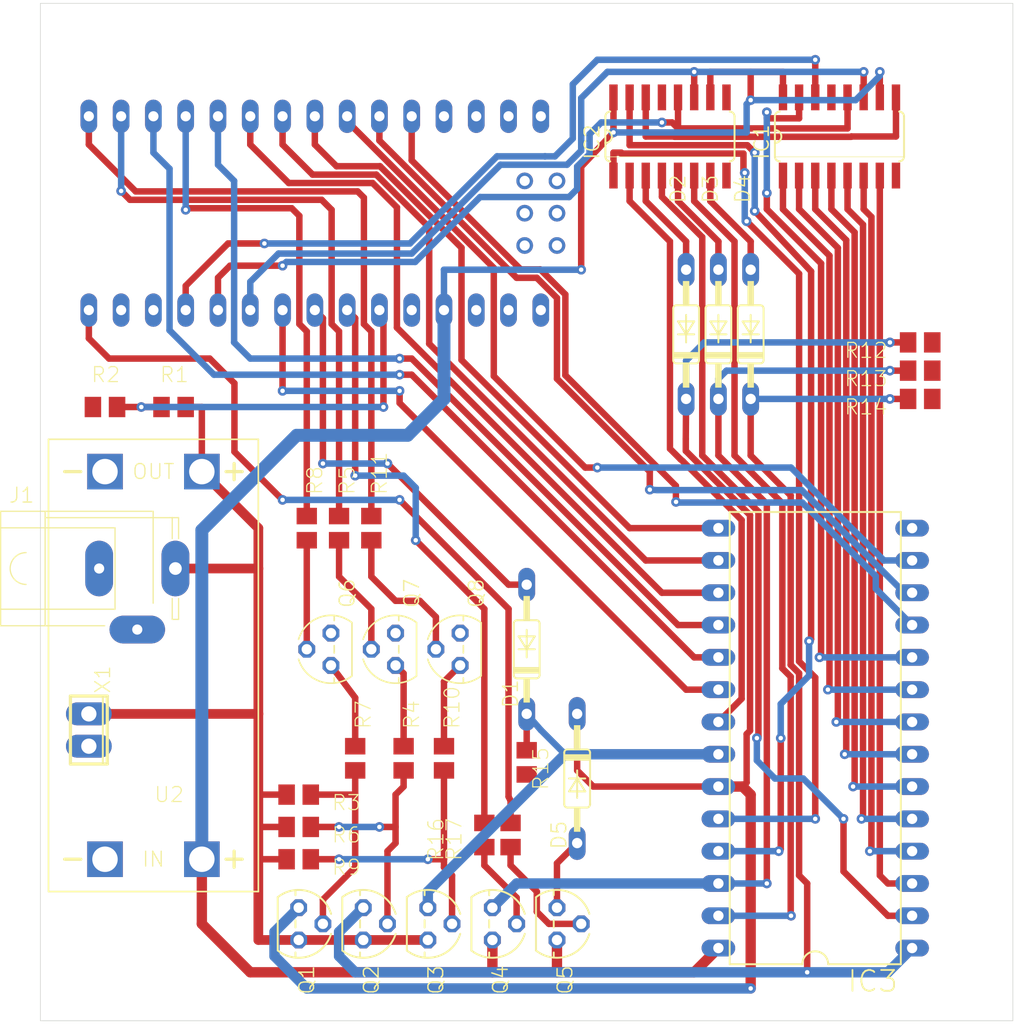
<source format=kicad_pcb>
(kicad_pcb (version 20221018) (generator pcbnew)
  (layers (0 "F.Cu" signal) (31 "B.Cu" signal) (34 "B.Paste" user) (35 "F.Paste" user) (36 "B.SilkS" user "B.Silkscreen") (37 "F.SilkS" user "F.Silkscreen") (38 "B.Mask" user) (39 "F.Mask" user) (44 "Edge.Cuts" user))
  (net 0 "")
  (net 1 "GND")
  (net 2 "VCC")
  (net 3 "N$1")
  (net 4 "N$2")
  (net 5 "N$3")
  (net 6 "N$4")
  (net 7 "A0")
  (net 8 "A1")
  (net 9 "A2")
  (net 10 "A3")
  (net 11 "A4")
  (net 12 "A5")
  (net 13 "A6")
  (net 14 "A7")
  (net 15 "A8")
  (net 16 "A9")
  (net 17 "A10")
  (net 18 "A11")
  (net 19 "A12")
  (net 20 "A13")
  (net 21 "A14")
  (net 22 "D0")
  (net 23 "D1")
  (net 24 "D2")
  (net 25 "D3")
  (net 26 "D4")
  (net 27 "D5")
  (net 28 "D6")
  (net 29 "D7")
  (net 30 "N$5")
  (net 31 "A15")
  (net 32 "N$7")
  (net 33 "N$10")
  (net 34 "N$11")
  (net 35 "N$13")
  (net 36 "N$8")
  (net 37 "N$12")
  (net 38 "+24V")
  (net 39 "CE")
  (net 40 "OE")
  (net 41 "N$9")
  (net 42 "N$6")
  (net 43 "N$14")
  (net 44 "N$15")
  (net 45 "N$16")
  (net 46 "N$17")
  (net 47 "N$18")
  (net 48 "N$19")
  (net 49 "N$20")
  (net 50 "N$21")
  (net 51 "N$22")
  (net 52 "N$23")
  (net 53 "N$24")
  (net 54 "N$25")
  (net 55 "N$26")
  (footprint "untitled:M0805" (layer "F.Cu") (at 135.0136 124.3661 90)
    (fp_text reference "R7")
    (fp_text value "22K" hide)
  )
  (footprint "untitled:SPC4078" (layer "F.Cu") (at 117.8686 109.4436)
    (fp_text reference "J1")
    (fp_text value "")
  )
  (footprint "untitled:M0805" (layer "F.Cu") (at 136.2836 106.2686 -90)
    (fp_text reference "R11")
    (fp_text value "22K" hide)
  )
  (footprint "untitled:TO92" (layer "F.Cu") (at 138.1886 115.7936 90)
    (fp_text reference "Q7")
    (fp_text value "BC547" hide)
  )
  (footprint "untitled:M0805" (layer "F.Cu") (at 145.1736 130.3986 -90)
    (fp_text reference "R16")
    (fp_text value "300")
  )
  (footprint "untitled:NANO" (layer "F.Cu") (at 140.7286 78.9636 90)
    (fp_text reference "U1" hide)
    (fp_text value "NANO" hide)
  )
  (footprint "untitled:DO35-10" (layer "F.Cu") (at 152.4761 125.9536 -90)
    (fp_text reference "D5")
    (fp_text value "1N4446" hide)
  )
  (footprint "untitled:TO92" (layer "F.Cu") (at 135.6486 137.3836 -90)
    (fp_text reference "Q2")
    (fp_text value "BC557" hide)
  )
  (footprint "" (layer "F.Cu") (at 182.7661 141.66985)
    (fp_text reference "@HOLE3" hide)
    (fp_text value "")
  )
  (footprint "untitled:M0805" (layer "F.Cu") (at 120.7261 96.7436 180)
    (fp_text reference "R1")
    (fp_text value "")
  )
  (footprint "" (layer "F.Cu") (at 182.7661 68.4861)
    (fp_text reference "@HOLE2" hide)
    (fp_text value "")
  )
  (footprint "untitled:M0805" (layer "F.Cu") (at 130.5686 127.2236 180)
    (fp_text reference "R3")
    (fp_text value "22K")
  )
  (footprint "" (layer "F.Cu") (at 113.58235 68.4861)
    (fp_text reference "@HOLE0" hide)
    (fp_text value "")
  )
  (footprint "untitled:M0805" (layer "F.Cu") (at 133.7436 106.2686 90)
    (fp_text reference "R5")
    (fp_text value "22K")
  )
  (footprint "untitled:SO16" (layer "F.Cu") (at 159.7786 75.4711)
    (fp_text reference "IC2")
    (fp_text value "74HC595D")
  )
  (footprint "untitled:M0805" (layer "F.Cu") (at 141.9986 124.3661 90)
    (fp_text reference "R10")
    (fp_text value "22K" hide)
  )
  (footprint "untitled:M0805" (layer "F.Cu") (at 130.5686 129.7636 180)
    (fp_text reference "R6")
    (fp_text value "22K" hide)
  )
  (footprint "untitled:TO92" (layer "F.Cu") (at 145.8086 137.3836 -90)
    (fp_text reference "Q4")
    (fp_text value "BC557" hide)
  )
  (footprint "untitled:TO92" (layer "F.Cu") (at 140.7286 137.3836 -90)
    (fp_text reference "Q3")
    (fp_text value "BC557" hide)
  )
  (footprint "untitled:SO16" (layer "F.Cu") (at 173.1136 75.4711)
    (fp_text reference "IC1")
    (fp_text value "74HC595D")
  )
  (footprint "untitled:TO92" (layer "F.Cu") (at 130.5686 137.3836 -90)
    (fp_text reference "Q1")
    (fp_text value "BC557")
  )
  (footprint "untitled:DO35-10" (layer "F.Cu") (at 166.1286 91.0286 90)
    (fp_text reference "D4")
    (fp_text value "1N4446" hide)
  )
  (footprint "untitled:M0805" (layer "F.Cu") (at 131.2036 106.2686 -90)
    (fp_text reference "R8")
    (fp_text value "22K" hide)
  )
  (footprint "untitled:DC-DC-STEP-UP-MT3608" (layer "F.Cu") (at 119.1386 117.0636 -90)
    (fp_text reference "U2")
    (fp_text value "DC-DC-STEP-UP-MT3608")
  )
  (footprint "untitled:TO92" (layer "F.Cu") (at 143.2686 115.7936 90)
    (fp_text reference "Q8")
    (fp_text value "BC547" hide)
  )
  (footprint "untitled:M0805" (layer "F.Cu") (at 138.8236 124.3661 -90)
    (fp_text reference "R4")
    (fp_text value "22K" hide)
  )
  (footprint "untitled:M0805" (layer "F.Cu") (at 148.50735 124.6836 -90)
    (fp_text reference "R15")
    (fp_text value "4.7K")
  )
  (footprint "untitled:M0805" (layer "F.Cu") (at 179.4636 96.1086)
    (fp_text reference "R14")
    (fp_text value "4.7K" hide)
  )
  (footprint "untitled:DIL28" (layer "F.Cu") (at 171.2086 122.7786 90)
    (fp_text reference "IC3")
    (fp_text value "")
  )
  (footprint "untitled:DO35-10" (layer "F.Cu") (at 161.0486 91.0286 90)
    (fp_text reference "D2")
    (fp_text value "1N4446" hide)
  )
  (footprint "untitled:M0805" (layer "F.Cu") (at 130.5686 132.3036 180)
    (fp_text reference "R9")
    (fp_text value "22K" hide)
  )
  (footprint "" (layer "F.Cu") (at 113.58235 141.66985)
    (fp_text reference "@HOLE1" hide)
    (fp_text value "")
  )
  (footprint "untitled:M0805" (layer "F.Cu") (at 179.4636 91.6636)
    (fp_text reference "R12")
    (fp_text value "4.7K")
  )
  (footprint "untitled:DO35-10" (layer "F.Cu") (at 148.50735 115.7936 90)
    (fp_text reference "D1")
    (fp_text value "1N4446" hide)
  )
  (footprint "untitled:TO92" (layer "F.Cu") (at 150.8886 137.3836 -90)
    (fp_text reference "Q5")
    (fp_text value "BC557" hide)
  )
  (footprint "untitled:M0805" (layer "F.Cu") (at 147.23735 130.3986 -90)
    (fp_text reference "R17")
    (fp_text value "300" hide)
  )
  (footprint "untitled:M0805" (layer "F.Cu") (at 179.4636 93.8861)
    (fp_text reference "R13")
    (fp_text value "4.7K" hide)
  )
  (footprint "untitled:2POL254" (layer "F.Cu") (at 114.0586 122.1436 -90)
    (fp_text reference "X1")
    (fp_text value "")
  )
  (footprint "untitled:TO92" (layer "F.Cu") (at 133.1086 115.7936 90)
    (fp_text reference "Q6")
    (fp_text value "BC547")
  )
  (footprint "untitled:DO35-10" (layer "F.Cu") (at 163.5886 91.0286 90)
    (fp_text reference "D3")
    (fp_text value "1N4446" hide)
  )
  (footprint "untitled:M0805" (layer "F.Cu") (at 115.3286 96.7436 180)
    (fp_text reference "R2")
    (fp_text value "")
  )
  (gr_line (start 110.2486 65.0036) (end 110.2486 145.0036) (stroke (width 0.05)) (layer "Edge.Cuts"))
  (gr_line (start 110.2486 145.0036) (end 186.7536 145.0036) (stroke (width 0.05)) (layer "Edge.Cuts"))
  (gr_line (start 186.7536 145.0036) (end 186.7536 65.0036) (stroke (width 0.05)) (layer "Edge.Cuts"))
  (gr_line (start 186.7536 65.0036) (end 110.2486 65.0036) (stroke (width 0.05)) (layer "Edge.Cuts"))
  (segment (start 161.6836 141.1936) (end 163.5886 139.2886) (width 0.8128) (layer "F.Cu") (net 2))
  (segment (start 155.3336 75.1536) (end 152.7936 77.85235) (width 0.508) (layer "F.Cu") (net 2))
  (segment (start 145.8086 138.6536) (end 145.8086 141.1936) (width 0.8128) (layer "F.Cu") (net 2))
  (segment (start 122.9486 132.3036) (end 122.9486 137.3836) (width 0.8128) (layer "F.Cu") (net 2))
  (segment (start 152.7936 77.85235) (end 152.7936 85.9486) (width 0.508) (layer "F.Cu") (net 2))
  (segment (start 166.1286 70.3911) (end 162.9536 70.3911) (width 0.508) (layer "F.Cu") (net 2))
  (segment (start 168.6686 72.3977) (end 168.6686 70.3911) (width 0.508) (layer "F.Cu") (net 2))
  (segment (start 126.7586 141.1936) (end 145.8086 141.1936) (width 0.8128) (layer "F.Cu") (net 2))
  (segment (start 122.9486 137.3836) (end 126.7586 141.1936) (width 0.8128) (layer "F.Cu") (net 2))
  (segment (start 145.8086 141.1936) (end 150.8886 141.1936) (width 0.8128) (layer "F.Cu") (net 2))
  (segment (start 166.1286 72.6136) (end 166.1286 70.3911) (width 0.508) (layer "F.Cu") (net 2))
  (segment (start 168.6686 70.3911) (end 166.1286 70.3911) (width 0.508) (layer "F.Cu") (net 2))
  (segment (start 150.8886 138.6536) (end 150.8886 141.1936) (width 0.8128) (layer "F.Cu") (net 2))
  (segment (start 162.9536 72.3977) (end 162.9536 70.3911) (width 0.508) (layer "F.Cu") (net 2))
  (segment (start 150.8886 141.1936) (end 161.6836 141.1936) (width 0.8128) (layer "F.Cu") (net 2))
  (segment (start 155.3336 72.3977) (end 155.3336 75.1536) (width 0.508) (layer "F.Cu") (net 2))
  (segment (start 176.2886 70.3911) (end 176.2886 72.3977) (width 0.508) (layer "F.Cu") (net 2))
  (via (at 155.3336 75.1536) (size 0.7564) (drill 0.35) (layers "F.Cu" "B.Cu") (net 2))
  (via (at 166.1286 72.6136) (size 0.7564) (drill 0.35) (layers "F.Cu" "B.Cu") (net 2))
  (via (at 176.2886 70.3911) (size 0.7564) (drill 0.35) (layers "F.Cu" "B.Cu") (net 2))
  (via (at 152.7936 85.9486) (size 0.7564) (drill 0.35) (layers "F.Cu" "B.Cu") (net 2))
  (segment (start 176.2886 70.7086) (end 176.2886 70.3911) (width 0.508) (layer "B.Cu") (net 2))
  (segment (start 141.9986 85.9486) (end 141.9986 89.1236) (width 0.508) (layer "B.Cu") (net 2))
  (segment (start 166.1286 72.6136) (end 174.3836 72.6136) (width 0.508) (layer "B.Cu") (net 2))
  (segment (start 174.3836 72.6136) (end 176.2886 70.7086) (width 0.508) (layer "B.Cu") (net 2))
  (segment (start 139.1411 98.9661) (end 130.40985 98.9661) (width 1.016) (layer "B.Cu") (net 2))
  (segment (start 141.9986 96.1086) (end 139.1411 98.9661) (width 1.016) (layer "B.Cu") (net 2))
  (segment (start 165.8111 75.1536) (end 165.8111 72.9311) (width 0.508) (layer "B.Cu") (net 2))
  (segment (start 155.3336 75.1536) (end 165.8111 75.1536) (width 0.508) (layer "B.Cu") (net 2))
  (segment (start 141.9986 89.1236) (end 141.9986 96.1086) (width 1.016) (layer "B.Cu") (net 2))
  (segment (start 165.8111 72.9311) (end 166.1286 72.6136) (width 0.508) (layer "B.Cu") (net 2))
  (segment (start 122.9486 106.42735) (end 122.9486 132.3036) (width 1.016) (layer "B.Cu") (net 2))
  (segment (start 152.7936 85.9486) (end 141.9986 85.9486) (width 0.508) (layer "B.Cu") (net 2))
  (segment (start 130.40985 98.9661) (end 122.9486 106.42735) (width 1.016) (layer "B.Cu") (net 2))
  (segment (start 175.0186 70.3911) (end 175.0186 72.3977) (width 0.508) (layer "F.Cu") (net 3))
  (segment (start 161.6836 72.3977) (end 161.6836 70.3911) (width 0.508) (layer "F.Cu") (net 3))
  (via (at 175.0186 70.3911) (size 0.7564) (drill 0.35) (layers "F.Cu" "B.Cu") (net 3))
  (via (at 161.6836 70.3911) (size 0.7564) (drill 0.35) (layers "F.Cu" "B.Cu") (net 3))
  (segment (start 128.9811 84.6786) (end 126.7586 86.9011) (width 0.508) (layer "B.Cu") (net 3))
  (segment (start 146.4436 77.6936) (end 139.4586 84.6786) (width 0.508) (layer "B.Cu") (net 3))
  (segment (start 151.68235 77.6936) (end 146.4436 77.6936) (width 0.508) (layer "B.Cu") (net 3))
  (segment (start 152.7936 76.58235) (end 151.68235 77.6936) (width 0.508) (layer "B.Cu") (net 3))
  (segment (start 161.6836 70.3911) (end 175.0186 70.3911) (width 0.508) (layer "B.Cu") (net 3))
  (segment (start 139.4586 84.6786) (end 128.9811 84.6786) (width 0.508) (layer "B.Cu") (net 3))
  (segment (start 154.85735 70.3911) (end 152.7936 72.45485) (width 0.508) (layer "B.Cu") (net 3))
  (segment (start 126.7586 86.9011) (end 126.7586 89.1236) (width 0.508) (layer "B.Cu") (net 3))
  (segment (start 152.7936 72.45485) (end 152.7936 76.58235) (width 0.508) (layer "B.Cu") (net 3))
  (segment (start 161.6836 70.3911) (end 154.85735 70.3911) (width 0.508) (layer "B.Cu") (net 3))
  (segment (start 129.2986 85.6311) (end 125.1711 85.6311) (width 0.508) (layer "F.Cu") (net 4))
  (segment (start 159.9465 74.369) (end 159.1436 74.369) (width 0.508) (layer "F.Cu") (net 4))
  (segment (start 160.4136 74.8361) (end 159.9465 74.369) (width 0.508) (layer "F.Cu") (net 4))
  (segment (start 160.4136 74.8361) (end 173.7486 74.8361) (width 0.508) (layer "F.Cu") (net 4))
  (segment (start 173.7486 74.8361) (end 173.7486 72.3977) (width 0.508) (layer "F.Cu") (net 4))
  (segment (start 160.4136 72.3977) (end 160.4136 74.8361) (width 0.508) (layer "F.Cu") (net 4))
  (segment (start 124.2186 86.5836) (end 124.2186 89.1236) (width 0.508) (layer "F.Cu") (net 4))
  (segment (start 125.1711 85.6311) (end 124.2186 86.5836) (width 0.508) (layer "F.Cu") (net 4))
  (via (at 129.2986 85.6311) (size 0.7564) (drill 0.35) (layers "F.Cu" "B.Cu") (net 4))
  (via (at 159.1436 74.369) (size 0.7564) (drill 0.35) (layers "F.Cu" "B.Cu") (net 4))
  (segment (start 144.83755 80.2336) (end 139.73215 85.339) (width 0.508) (layer "B.Cu") (net 4))
  (segment (start 154.37195 74.369) (end 153.454 75.28695) (width 0.508) (layer "B.Cu") (net 4))
  (segment (start 129.5907 85.339) (end 129.2986 85.6311) (width 0.508) (layer "B.Cu") (net 4))
  (segment (start 153.454 75.28695) (end 153.454 76.8559) (width 0.508) (layer "B.Cu") (net 4))
  (segment (start 139.73215 85.339) (end 129.5907 85.339) (width 0.508) (layer "B.Cu") (net 4))
  (segment (start 152.4761 79.5986) (end 151.8411 80.2336) (width 0.508) (layer "B.Cu") (net 4))
  (segment (start 159.1436 74.369) (end 154.37195 74.369) (width 0.508) (layer "B.Cu") (net 4))
  (segment (start 151.8411 80.2336) (end 144.83755 80.2336) (width 0.508) (layer "B.Cu") (net 4))
  (segment (start 153.454 76.8559) (end 152.4761 77.8338) (width 0.508) (layer "B.Cu") (net 4))
  (segment (start 152.4761 77.8338) (end 152.4761 79.5986) (width 0.508) (layer "B.Cu") (net 4))
  (segment (start 160.11465 75.4711) (end 157.8736 75.4711) (width 0.508) (layer "F.Cu") (net 5))
  (segment (start 177.5586 72.3977) (end 177.5586 75.4711) (width 0.508) (layer "F.Cu") (net 5))
  (segment (start 160.14005 75.4965) (end 160.11465 75.4711) (width 0.508) (layer "F.Cu") (net 5))
  (segment (start 157.8736 75.4711) (end 157.8736 72.3977) (width 0.508) (layer "F.Cu") (net 5))
  (segment (start 177.5586 75.4711) (end 174.04755 75.4711) (width 0.508) (layer "F.Cu") (net 5))
  (segment (start 174.04755 75.4711) (end 174.02215 75.4965) (width 0.508) (layer "F.Cu") (net 5))
  (segment (start 174.02215 75.4965) (end 160.14005 75.4965) (width 0.508) (layer "F.Cu") (net 5))
  (segment (start 171.2086 72.3977) (end 171.2086 69.4386) (width 0.508) (layer "F.Cu") (net 6))
  (segment (start 125.01235 83.88485) (end 121.6786 87.2186) (width 0.508) (layer "F.Cu") (net 6))
  (segment (start 127.86985 83.88485) (end 125.01235 83.88485) (width 0.508) (layer "F.Cu") (net 6))
  (segment (start 121.6786 87.2186) (end 121.6786 89.1236) (width 0.508) (layer "F.Cu") (net 6))
  (via (at 171.2086 69.4386) (size 0.7564) (drill 0.35) (layers "F.Cu" "B.Cu") (net 6))
  (via (at 127.86985 83.88485) (size 0.7564) (drill 0.35) (layers "F.Cu" "B.Cu") (net 6))
  (segment (start 152.1332 75.62985) (end 150.72985 77.0332) (width 0.508) (layer "B.Cu") (net 6))
  (segment (start 149.9361 77.0332) (end 146.17005 77.0332) (width 0.508) (layer "B.Cu") (net 6))
  (segment (start 171.2086 69.4386) (end 154.0636 69.4386) (width 0.508) (layer "B.Cu") (net 6))
  (segment (start 146.17005 77.0332) (end 139.3184 83.88485) (width 0.508) (layer "B.Cu") (net 6))
  (segment (start 154.0636 69.4386) (end 152.1332 71.369) (width 0.508) (layer "B.Cu") (net 6))
  (segment (start 150.72985 77.0332) (end 149.9615 77.0332) (width 0.508) (layer "B.Cu") (net 6))
  (segment (start 149.9615 77.0332) (end 149.9361 77.0332) (width 0.508) (layer "B.Cu") (net 6))
  (segment (start 152.1332 71.369) (end 152.1332 75.62985) (width 0.508) (layer "B.Cu") (net 6))
  (segment (start 139.3184 83.88485) (end 127.86985 83.88485) (width 0.508) (layer "B.Cu") (net 6))
  (segment (start 169.9386 72.3977) (end 169.9386 74.04235) (width 0.508) (layer "F.Cu") (net 7))
  (segment (start 169.9386 74.04235) (end 167.3986 74.04235) (width 0.508) (layer "F.Cu") (net 7))
  (segment (start 167.3986 81.1861) (end 171.6658 85.4533) (width 0.508) (layer "F.Cu") (net 7))
  (segment (start 171.6658 85.4533) (end 171.6658 116.3044) (width 0.508) (layer "F.Cu") (net 7))
  (segment (start 167.3986 74.04235) (end 167.3986 73.5661) (width 0.508) (layer "F.Cu") (net 7))
  (segment (start 167.3986 79.9161) (end 167.3986 81.1861) (width 0.508) (layer "F.Cu") (net 7))
  (segment (start 171.6658 116.3044) (end 171.5416 116.4286) (width 0.508) (layer "F.Cu") (net 7))
  (via (at 167.3986 79.9161) (size 0.7564) (drill 0.35) (layers "F.Cu" "B.Cu") (net 7))
  (via (at 167.3986 73.5661) (size 0.7564) (drill 0.35) (layers "F.Cu" "B.Cu") (net 7))
  (via (at 171.5416 116.4286) (size 0.7564) (drill 0.35) (layers "F.Cu" "B.Cu") (net 7))
  (segment (start 167.3986 73.5661) (end 167.3986 79.9161) (width 0.508) (layer "B.Cu") (net 7))
  (segment (start 171.5416 116.4286) (end 178.8286 116.4286) (width 0.508) (layer "B.Cu") (net 7))
  (segment (start 168.6686 78.5445) (end 168.6686 81.1861) (width 0.508) (layer "F.Cu") (net 8))
  (segment (start 168.6686 81.1861) (end 172.3262 84.8437) (width 0.508) (layer "F.Cu") (net 8))
  (segment (start 172.3262 84.8437) (end 172.3262 118.8444) (width 0.508) (layer "F.Cu") (net 8))
  (segment (start 172.3262 118.8444) (end 172.202 118.9686) (width 0.508) (layer "F.Cu") (net 8))
  (via (at 172.202 118.9686) (size 0.7564) (drill 0.35) (layers "F.Cu" "B.Cu") (net 8))
  (segment (start 172.202 118.9686) (end 178.8286 118.9686) (width 0.508) (layer "B.Cu") (net 8))
  (segment (start 169.9386 81.1861) (end 172.9866 84.2341) (width 0.508) (layer "F.Cu") (net 9))
  (segment (start 169.9386 78.5445) (end 169.9386 81.1861) (width 0.508) (layer "F.Cu") (net 9))
  (segment (start 172.9866 84.2341) (end 172.9866 121.3844) (width 0.508) (layer "F.Cu") (net 9))
  (segment (start 172.9866 121.3844) (end 172.8624 121.5086) (width 0.508) (layer "F.Cu") (net 9))
  (via (at 172.8624 121.5086) (size 0.7564) (drill 0.35) (layers "F.Cu" "B.Cu") (net 9))
  (segment (start 172.8624 121.5086) (end 178.8286 121.5086) (width 0.508) (layer "B.Cu") (net 9))
  (segment (start 173.647 83.6245) (end 173.647 123.9244) (width 0.508) (layer "F.Cu") (net 10))
  (segment (start 171.2086 78.5445) (end 171.2086 81.1861) (width 0.508) (layer "F.Cu") (net 10))
  (segment (start 173.647 123.9244) (end 173.5228 124.0486) (width 0.508) (layer "F.Cu") (net 10))
  (segment (start 171.2086 81.1861) (end 173.647 83.6245) (width 0.508) (layer "F.Cu") (net 10))
  (via (at 173.5228 124.0486) (size 0.7564) (drill 0.35) (layers "F.Cu" "B.Cu") (net 10))
  (segment (start 173.5228 124.0486) (end 178.8286 124.0486) (width 0.508) (layer "B.Cu") (net 10))
  (segment (start 172.4786 78.5445) (end 172.4786 81.1861) (width 0.508) (layer "F.Cu") (net 11))
  (segment (start 172.4786 81.1861) (end 174.3074 83.0149) (width 0.508) (layer "F.Cu") (net 11))
  (segment (start 174.3074 83.0149) (end 174.3074 126.4644) (width 0.508) (layer "F.Cu") (net 11))
  (segment (start 174.3074 126.4644) (end 174.1832 126.5886) (width 0.508) (layer "F.Cu") (net 11))
  (via (at 174.1832 126.5886) (size 0.7564) (drill 0.35) (layers "F.Cu" "B.Cu") (net 11))
  (segment (start 174.1832 126.5886) (end 178.8286 126.5886) (width 0.508) (layer "B.Cu") (net 11))
  (segment (start 174.9678 129.0044) (end 174.8436 129.1286) (width 0.508) (layer "F.Cu") (net 12))
  (segment (start 173.7486 81.1861) (end 174.9678 82.4053) (width 0.508) (layer "F.Cu") (net 12))
  (segment (start 173.7486 78.5445) (end 173.7486 81.1861) (width 0.508) (layer "F.Cu") (net 12))
  (segment (start 174.9678 82.4053) (end 174.9678 129.0044) (width 0.508) (layer "F.Cu") (net 12))
  (via (at 174.8436 129.1286) (size 0.7564) (drill 0.35) (layers "F.Cu" "B.Cu") (net 12))
  (segment (start 174.8436 129.1286) (end 178.8286 129.1286) (width 0.508) (layer "B.Cu") (net 12))
  (segment (start 175.0186 78.5445) (end 175.0186 81.1861) (width 0.508) (layer "F.Cu") (net 13))
  (segment (start 175.0186 81.1861) (end 175.6282 81.7957) (width 0.508) (layer "F.Cu") (net 13))
  (segment (start 175.6282 131.5444) (end 175.504 131.6686) (width 0.508) (layer "F.Cu") (net 13))
  (segment (start 175.6282 81.7957) (end 175.6282 131.5444) (width 0.508) (layer "F.Cu") (net 13))
  (via (at 175.504 131.6686) (size 0.7564) (drill 0.35) (layers "F.Cu" "B.Cu") (net 13))
  (segment (start 175.504 131.6686) (end 178.8286 131.6686) (width 0.508) (layer "B.Cu") (net 13))
  (segment (start 176.2886 78.5445) (end 176.2886 133.5736) (width 0.508) (layer "F.Cu") (net 14))
  (segment (start 176.9236 134.2086) (end 178.8286 134.2086) (width 0.508) (layer "F.Cu") (net 14))
  (segment (start 176.2886 133.5736) (end 176.9236 134.2086) (width 0.508) (layer "F.Cu") (net 14))
  (segment (start 165.8619 76.1569) (end 166.4461 76.7411) (width 0.508) (layer "F.Cu") (net 15))
  (segment (start 168.4936 122.7786) (end 168.4936 131.5106) (width 0.508) (layer "F.Cu") (net 15))
  (segment (start 168.4936 131.5106) (end 168.3356 131.6686) (width 0.508) (layer "F.Cu") (net 15))
  (segment (start 156.6036 72.3977) (end 156.6036 76.1569) (width 0.508) (layer "F.Cu") (net 15))
  (segment (start 156.6036 76.1569) (end 165.8619 76.1569) (width 0.508) (layer "F.Cu") (net 15))
  (segment (start 166.4461 81.327694) (end 170.8812 86.080294) (width 0.508) (layer "F.Cu") (net 15))
  (segment (start 170.8812 86.080294) (end 170.8812 115.0006) (width 0.508) (layer "F.Cu") (net 15))
  (segment (start 170.8812 115.0006) (end 170.7232 115.1586) (width 0.508) (layer "F.Cu") (net 15))
  (via (at 168.3356 131.6686) (size 0.7564) (drill 0.35) (layers "F.Cu" "B.Cu") (net 15))
  (via (at 166.4461 76.7411) (size 0.7564) (drill 0.35) (layers "F.Cu" "B.Cu") (net 15))
  (via (at 166.4461 81.327694) (size 0.7564) (drill 0.35) (layers "F.Cu" "B.Cu") (net 15))
  (via (at 170.7232 115.1586) (size 0.7564) (drill 0.35) (layers "F.Cu" "B.Cu") (net 15))
  (via (at 168.4936 122.7786) (size 0.7564) (drill 0.35) (layers "F.Cu" "B.Cu") (net 15))
  (segment (start 170.7232 115.1586) (end 170.7232 117.8665) (width 0.508) (layer "B.Cu") (net 15))
  (segment (start 170.7232 117.8665) (end 168.4936 120.0961) (width 0.508) (layer "B.Cu") (net 15))
  (segment (start 168.4936 120.0961) (end 168.4936 122.7786) (width 0.508) (layer "B.Cu") (net 15))
  (segment (start 166.4461 76.7411) (end 166.4461 81.327694) (width 0.508) (layer "B.Cu") (net 15))
  (segment (start 168.3356 131.6686) (end 163.5886 131.6686) (width 0.508) (layer "B.Cu") (net 15))
  (segment (start 169.9386 86.2661) (end 169.9386 116.7461) (width 0.508) (layer "F.Cu") (net 16))
  (segment (start 169.9386 116.7461) (end 171.2086 118.0161) (width 0.508) (layer "F.Cu") (net 16))
  (segment (start 165.8111 82.1386) (end 169.9386 86.2661) (width 0.508) (layer "F.Cu") (net 16))
  (segment (start 155.3336 78.5445) (end 155.3336 76.7411) (width 0.508) (layer "F.Cu") (net 16))
  (segment (start 155.9432 76.8173) (end 165.5599 76.8173) (width 0.508) (layer "F.Cu") (net 16))
  (segment (start 155.9432 76.7411) (end 155.9432 76.8173) (width 0.508) (layer "F.Cu") (net 16))
  (segment (start 165.5599 76.8173) (end 165.5599 78.227) (width 0.508) (layer "F.Cu") (net 16))
  (segment (start 155.3336 76.7411) (end 155.9432 76.7411) (width 0.508) (layer "F.Cu") (net 16))
  (segment (start 171.2086 118.0161) (end 171.2086 129.1286) (width 0.508) (layer "F.Cu") (net 16))
  (segment (start 165.5599 78.227) (end 165.6615 78.3286) (width 0.508) (layer "F.Cu") (net 16))
  (via (at 165.8111 82.1386) (size 0.7564) (drill 0.35) (layers "F.Cu" "B.Cu") (net 16))
  (via (at 165.6615 78.3286) (size 0.7564) (drill 0.35) (layers "F.Cu" "B.Cu") (net 16))
  (via (at 171.2086 129.1286) (size 0.7564) (drill 0.35) (layers "F.Cu" "B.Cu") (net 16))
  (segment (start 163.5886 129.1286) (end 171.2086 129.1286) (width 0.508) (layer "B.Cu") (net 16))
  (segment (start 165.6615 78.3286) (end 165.6615 82.1386) (width 0.508) (layer "B.Cu") (net 16))
  (segment (start 165.6615 82.1386) (end 165.8111 82.1386) (width 0.508) (layer "B.Cu") (net 16))
  (segment (start 156.6036 80.5511) (end 159.7786 83.7261) (width 0.508) (layer "F.Cu") (net 17))
  (segment (start 159.7786 83.7261) (end 159.7786 100.023938) (width 0.508) (layer "F.Cu") (net 17))
  (segment (start 160.606712 100.85205) (end 160.7946 101.0108) (width 0.508) (layer "F.Cu") (net 17))
  (segment (start 165.4174 105.6336) (end 165.4174 119.6798) (width 0.508) (layer "F.Cu") (net 17))
  (segment (start 159.7786 100.023938) (end 160.606712 100.85205) (width 0.508) (layer "F.Cu") (net 17))
  (segment (start 160.7946 101.0108) (end 165.4174 105.6336) (width 0.508) (layer "F.Cu") (net 17))
  (segment (start 165.4174 119.6798) (end 163.5886 121.5086) (width 0.508) (layer "F.Cu") (net 17))
  (segment (start 156.6036 78.5445) (end 156.6036 80.5511) (width 0.508) (layer "F.Cu") (net 17))
  (segment (start 165.8111 122.4611) (end 165.8111 126.2711) (width 0.508) (layer "F.Cu") (net 18))
  (segment (start 153.7461 126.5886) (end 163.5886 126.5886) (width 0.508) (layer "F.Cu") (net 18))
  (segment (start 161.0232 100.19215) (end 166.0778 105.24675) (width 0.508) (layer "F.Cu") (net 18))
  (segment (start 166.0778 122.1944) (end 165.8111 122.4611) (width 0.508) (layer "F.Cu") (net 18))
  (segment (start 178.5136 91.6636) (end 177.08235 91.6636) (width 0.508) (layer "F.Cu") (net 18))
  (segment (start 165.8111 126.2711) (end 165.4936 126.5886) (width 0.508) (layer "F.Cu") (net 18))
  (segment (start 166.1286 127.2236) (end 165.4936 126.5886) (width 0.8128) (layer "F.Cu") (net 18))
  (segment (start 161.0232 99.2582) (end 161.0232 100.19215) (width 0.508) (layer "F.Cu") (net 18))
  (segment (start 166.1286 142.4636) (end 166.1286 127.2236) (width 0.8128) (layer "F.Cu") (net 18))
  (segment (start 161.0486 96.1086) (end 161.0232 99.2582) (width 0.508) (layer "F.Cu") (net 18))
  (segment (start 166.0778 105.24675) (end 166.0778 122.1944) (width 0.508) (layer "F.Cu") (net 18))
  (segment (start 152.4761 120.8736) (end 152.4761 125.3186) (width 0.508) (layer "F.Cu") (net 18))
  (segment (start 165.4936 126.5886) (end 163.5886 126.5886) (width 0.8128) (layer "F.Cu") (net 18))
  (segment (start 152.4761 125.3186) (end 153.7461 126.5886) (width 0.508) (layer "F.Cu") (net 18))
  (via (at 166.1286 142.4636) (size 0.7564) (drill 0.35) (layers "F.Cu" "B.Cu") (net 18))
  (via (at 177.08235 91.6636) (size 0.7564) (drill 0.35) (layers "F.Cu" "B.Cu") (net 18))
  (segment (start 128.6636 138.0186) (end 128.6636 139.9236) (width 0.8128) (layer "B.Cu") (net 18))
  (segment (start 128.6636 139.9236) (end 131.2036 142.4636) (width 0.8128) (layer "B.Cu") (net 18))
  (segment (start 131.2036 142.4636) (end 166.1286 142.4636) (width 0.8128) (layer "B.Cu") (net 18))
  (segment (start 161.0486 93.09235) (end 161.0486 96.1086) (width 0.508) (layer "B.Cu") (net 18))
  (segment (start 162.47735 91.6636) (end 161.0486 93.09235) (width 0.508) (layer "B.Cu") (net 18))
  (segment (start 177.08235 91.6636) (end 162.47735 91.6636) (width 0.508) (layer "B.Cu") (net 18))
  (segment (start 130.5686 136.1136) (end 128.6636 138.0186) (width 0.8128) (layer "B.Cu") (net 18))
  (segment (start 166.7382 122.6544) (end 166.614 122.7786) (width 0.508) (layer "F.Cu") (net 19))
  (segment (start 173.4311 129.1286) (end 173.4311 133.2561) (width 0.508) (layer "F.Cu") (net 19))
  (segment (start 159.1436 78.5445) (end 159.1436 80.21505) (width 0.508) (layer "F.Cu") (net 19))
  (segment (start 173.4311 133.2561) (end 176.9236 136.7486) (width 0.508) (layer "F.Cu") (net 19))
  (segment (start 176.9236 136.7486) (end 178.8286 136.7486) (width 0.508) (layer "F.Cu") (net 19))
  (segment (start 162.3186 100.5536) (end 166.7382 104.9732) (width 0.508) (layer "F.Cu") (net 19))
  (segment (start 159.1436 80.21505) (end 162.3186 83.39005) (width 0.508) (layer "F.Cu") (net 19))
  (segment (start 162.3186 83.39005) (end 162.3186 100.5536) (width 0.508) (layer "F.Cu") (net 19))
  (segment (start 166.7382 104.9732) (end 166.7382 122.6544) (width 0.508) (layer "F.Cu") (net 19))
  (via (at 173.4311 129.1286) (size 0.7564) (drill 0.35) (layers "F.Cu" "B.Cu") (net 19))
  (via (at 166.614 122.7786) (size 0.7564) (drill 0.35) (layers "F.Cu" "B.Cu") (net 19))
  (segment (start 170.2561 125.9536) (end 173.4311 129.1286) (width 0.508) (layer "B.Cu") (net 19))
  (segment (start 166.614 124.534) (end 168.0336 125.9536) (width 0.508) (layer "B.Cu") (net 19))
  (segment (start 168.0336 125.9536) (end 170.2561 125.9536) (width 0.508) (layer "B.Cu") (net 19))
  (segment (start 166.614 122.7786) (end 166.614 124.534) (width 0.508) (layer "B.Cu") (net 19))
  (segment (start 178.5136 93.8861) (end 177.08235 93.8861) (width 0.508) (layer "F.Cu") (net 20))
  (segment (start 167.3986 104.3636) (end 167.3986 134.2086) (width 0.508) (layer "F.Cu") (net 20))
  (segment (start 163.5886 96.1086) (end 163.5886 100.5536) (width 0.508) (layer "F.Cu") (net 20))
  (segment (start 163.5886 100.5536) (end 167.3986 104.3636) (width 0.508) (layer "F.Cu") (net 20))
  (via (at 177.08235 93.8861) (size 0.7564) (drill 0.35) (layers "F.Cu" "B.Cu") (net 20))
  (via (at 167.3986 134.2086) (size 0.7564) (drill 0.35) (layers "F.Cu" "B.Cu") (net 20))
  (segment (start 177.08235 93.8861) (end 164.2236 93.8861) (width 0.508) (layer "B.Cu") (net 20))
  (segment (start 163.5886 94.5211) (end 163.5886 96.1086) (width 0.508) (layer "B.Cu") (net 20))
  (segment (start 147.7136 134.2086) (end 163.5886 134.2086) (width 0.8128) (layer "B.Cu") (net 20))
  (segment (start 164.2236 93.8861) (end 163.5886 94.5211) (width 0.508) (layer "B.Cu") (net 20))
  (segment (start 145.8086 136.1136) (end 147.7136 134.2086) (width 0.8128) (layer "B.Cu") (net 20))
  (segment (start 167.3986 134.2086) (end 163.5886 134.2086) (width 0.508) (layer "B.Cu") (net 20))
  (segment (start 164.8586 83.7261) (end 164.8586 100.5536) (width 0.508) (layer "F.Cu") (net 21))
  (segment (start 161.6836 80.5511) (end 164.8586 83.7261) (width 0.508) (layer "F.Cu") (net 21))
  (segment (start 168.6178 117.2932) (end 169.2782 117.9536) (width 0.508) (layer "F.Cu") (net 21))
  (segment (start 169.2782 136.7232) (end 169.3036 136.7486) (width 0.508) (layer "F.Cu") (net 21))
  (segment (start 161.6836 78.5445) (end 161.6836 80.5511) (width 0.508) (layer "F.Cu") (net 21))
  (segment (start 168.6178 104.3128) (end 168.6178 117.2932) (width 0.508) (layer "F.Cu") (net 21))
  (segment (start 169.2782 117.9536) (end 169.2782 136.7232) (width 0.508) (layer "F.Cu") (net 21))
  (segment (start 164.8586 100.5536) (end 168.6178 104.3128) (width 0.508) (layer "F.Cu") (net 21))
  (via (at 169.3036 136.7486) (size 0.7564) (drill 0.35) (layers "F.Cu" "B.Cu") (net 21))
  (segment (start 169.3036 136.7486) (end 163.5886 136.7486) (width 0.508) (layer "B.Cu") (net 21))
  (segment (start 151.549 87.89755) (end 149.57465 85.9232) (width 0.508) (layer "F.Cu") (net 22))
  (segment (start 160.2457 102.94425) (end 151.549 94.24755) (width 0.508) (layer "F.Cu") (net 22))
  (segment (start 148.0311 85.9232) (end 139.4586 77.3507) (width 0.508) (layer "F.Cu") (net 22))
  (segment (start 160.2457 104.1957) (end 160.2457 102.94425) (width 0.508) (layer "F.Cu") (net 22))
  (segment (start 160.25485 104.20485) (end 160.2457 104.1957) (width 0.508) (layer "F.Cu") (net 22))
  (segment (start 149.57465 85.9232) (end 148.0311 85.9232) (width 0.508) (layer "F.Cu") (net 22))
  (segment (start 139.4586 77.3507) (end 139.4586 73.8836) (width 0.508) (layer "F.Cu") (net 22))
  (segment (start 151.549 94.24755) (end 151.549 87.89755) (width 0.508) (layer "F.Cu") (net 22))
  (via (at 160.25485 104.20485) (size 0.7564) (drill 0.35) (layers "F.Cu" "B.Cu") (net 22))
  (segment (start 178.8286 113.8886) (end 175.9711 111.0311) (width 0.508) (layer "B.Cu") (net 22))
  (segment (start 170.18525 104.25565) (end 160.3628 104.25565) (width 0.508) (layer "B.Cu") (net 22))
  (segment (start 175.9711 111.0311) (end 175.9711 110.0415) (width 0.508) (layer "B.Cu") (net 22))
  (segment (start 175.9711 110.0415) (end 170.18525 104.25565) (width 0.508) (layer "B.Cu") (net 22))
  (segment (start 160.3628 104.25565) (end 160.25485 104.20485) (width 0.508) (layer "B.Cu") (net 22))
  (segment (start 147.7136 86.5836) (end 136.9186 75.7886) (width 0.508) (layer "F.Cu") (net 23))
  (segment (start 150.8886 94.5211) (end 150.8886 88.1711) (width 0.508) (layer "F.Cu") (net 23))
  (segment (start 136.9186 75.7886) (end 136.9186 73.8836) (width 0.508) (layer "F.Cu") (net 23))
  (segment (start 158.1911 101.8236) (end 150.8886 94.5211) (width 0.508) (layer "F.Cu") (net 23))
  (segment (start 150.8886 88.1711) (end 149.3011 86.5836) (width 0.508) (layer "F.Cu") (net 23))
  (segment (start 158.1911 103.2432) (end 158.1911 101.8236) (width 0.508) (layer "F.Cu") (net 23))
  (segment (start 149.3011 86.5836) (end 147.7136 86.5836) (width 0.508) (layer "F.Cu") (net 23))
  (via (at 158.1911 103.2432) (size 0.7564) (drill 0.35) (layers "F.Cu" "B.Cu") (net 23))
  (segment (start 158.79155 103.27775) (end 158.1911 103.2432) (width 0.508) (layer "B.Cu") (net 23))
  (segment (start 178.8286 111.3486) (end 178.21215 111.3486) (width 0.508) (layer "B.Cu") (net 23))
  (segment (start 178.21215 111.3486) (end 170.1413 103.27775) (width 0.508) (layer "B.Cu") (net 23))
  (segment (start 170.1413 103.27775) (end 158.79155 103.27775) (width 0.508) (layer "B.Cu") (net 23))
  (segment (start 134.3786 74.269963) (end 134.3786 73.8836) (width 0.508) (layer "F.Cu") (net 24))
  (segment (start 145.9165 85.807863) (end 145.9165 94.3115) (width 0.508) (layer "F.Cu") (net 24))
  (segment (start 145.9165 94.3115) (end 153.1111 101.5061) (width 0.508) (layer "F.Cu") (net 24))
  (segment (start 153.1111 101.5061) (end 154.0636 101.5061) (width 0.508) (layer "F.Cu") (net 24))
  (segment (start 145.9165 85.807863) (end 134.3786 74.269963) (width 0.508) (layer "F.Cu") (net 24))
  (via (at 154.0636 101.5061) (size 0.7564) (drill 0.35) (layers "F.Cu" "B.Cu") (net 24))
  (segment (start 169.3036 101.5061) (end 154.0636 101.5061) (width 0.508) (layer "B.Cu") (net 24))
  (segment (start 178.8286 108.8086) (end 176.6061 108.8086) (width 0.508) (layer "B.Cu") (net 24))
  (segment (start 176.6061 108.8086) (end 169.3036 101.5061) (width 0.508) (layer "B.Cu") (net 24))
  (segment (start 143.3765 93.0415) (end 143.3765 84.220363) (width 0.508) (layer "F.Cu") (net 25))
  (segment (start 131.8386 76.1061) (end 131.8386 73.8836) (width 0.508) (layer "F.Cu") (net 25))
  (segment (start 163.5886 106.2686) (end 156.6036 106.2686) (width 0.508) (layer "F.Cu") (net 25))
  (segment (start 143.3765 84.220363) (end 136.966837 77.8107) (width 0.508) (layer "F.Cu") (net 25))
  (segment (start 136.966837 77.8107) (end 133.5432 77.8107) (width 0.508) (layer "F.Cu") (net 25))
  (segment (start 133.5432 77.8107) (end 131.8386 76.1061) (width 0.508) (layer "F.Cu") (net 25))
  (segment (start 156.6036 106.2686) (end 143.3765 93.0415) (width 0.508) (layer "F.Cu") (net 25))
  (segment (start 129.2986 76.1061) (end 129.2986 73.8836) (width 0.508) (layer "F.Cu") (net 26))
  (segment (start 140.8365 82.632863) (end 136.674737 78.4711) (width 0.508) (layer "F.Cu") (net 26))
  (segment (start 157.8736 108.8086) (end 140.8365 91.7715) (width 0.508) (layer "F.Cu") (net 26))
  (segment (start 140.8365 91.7715) (end 140.8365 82.632863) (width 0.508) (layer "F.Cu") (net 26))
  (segment (start 131.6636 78.4711) (end 129.2986 76.1061) (width 0.508) (layer "F.Cu") (net 26))
  (segment (start 163.5886 108.8086) (end 157.8736 108.8086) (width 0.508) (layer "F.Cu") (net 26))
  (segment (start 136.674737 78.4711) (end 131.6636 78.4711) (width 0.508) (layer "F.Cu") (net 26))
  (segment (start 126.7586 76.1061) (end 126.7586 73.8836) (width 0.508) (layer "F.Cu") (net 27))
  (segment (start 159.1436 111.3486) (end 138.2965 90.5015) (width 0.508) (layer "F.Cu") (net 27))
  (segment (start 138.2965 81.045363) (end 136.382637 79.1315) (width 0.508) (layer "F.Cu") (net 27))
  (segment (start 138.2965 90.5015) (end 138.2965 81.045363) (width 0.508) (layer "F.Cu") (net 27))
  (segment (start 163.5886 111.3486) (end 159.1436 111.3486) (width 0.508) (layer "F.Cu") (net 27))
  (segment (start 136.382637 79.1315) (end 129.784 79.1315) (width 0.508) (layer "F.Cu") (net 27))
  (segment (start 129.784 79.1315) (end 126.7586 76.1061) (width 0.508) (layer "F.Cu") (net 27))
  (segment (start 160.4136 113.8886) (end 139.4586 92.9336) (width 0.508) (layer "F.Cu") (net 28))
  (segment (start 163.5886 113.8886) (end 160.4136 113.8886) (width 0.508) (layer "F.Cu") (net 28))
  (segment (start 139.4586 92.9336) (end 138.5061 92.9336) (width 0.508) (layer "F.Cu") (net 28))
  (via (at 138.5061 92.9336) (size 0.7564) (drill 0.35) (layers "F.Cu" "B.Cu") (net 28))
  (segment (start 126.7586 92.9336) (end 125.4886 91.6636) (width 0.508) (layer "B.Cu") (net 28))
  (segment (start 124.2186 77.6936) (end 124.2186 73.8836) (width 0.508) (layer "B.Cu") (net 28))
  (segment (start 125.4886 91.6636) (end 125.4886 78.9636) (width 0.508) (layer "B.Cu") (net 28))
  (segment (start 138.5061 92.9336) (end 126.7586 92.9336) (width 0.508) (layer "B.Cu") (net 28))
  (segment (start 125.4886 78.9636) (end 124.2186 77.6936) (width 0.508) (layer "B.Cu") (net 28))
  (segment (start 161.6836 116.4286) (end 139.4586 94.2036) (width 0.508) (layer "F.Cu") (net 29))
  (segment (start 139.4586 94.2036) (end 138.5061 94.2036) (width 0.508) (layer "F.Cu") (net 29))
  (segment (start 163.5886 116.4286) (end 161.6836 116.4286) (width 0.508) (layer "F.Cu") (net 29))
  (via (at 138.5061 94.2036) (size 0.7564) (drill 0.35) (layers "F.Cu" "B.Cu") (net 29))
  (segment (start 138.5061 94.2036) (end 123.9011 94.2036) (width 0.508) (layer "B.Cu") (net 29))
  (segment (start 120.4086 90.7111) (end 120.4086 78.0111) (width 0.508) (layer "B.Cu") (net 29))
  (segment (start 123.9011 94.2036) (end 120.4086 90.7111) (width 0.508) (layer "B.Cu") (net 29))
  (segment (start 119.1386 76.7411) (end 119.1386 73.8836) (width 0.508) (layer "B.Cu") (net 29))
  (segment (start 120.4086 78.0111) (end 119.1386 76.7411) (width 0.508) (layer "B.Cu") (net 29))
  (segment (start 161.0486 83.7261) (end 161.0486 85.9486) (width 0.508) (layer "F.Cu") (net 30))
  (segment (start 157.8736 80.5511) (end 161.0486 83.7261) (width 0.508) (layer "F.Cu") (net 30))
  (segment (start 157.8736 78.5445) (end 157.8736 80.5511) (width 0.508) (layer "F.Cu") (net 30))
  (segment (start 169.2782 117.01965) (end 169.9386 117.68005) (width 0.508) (layer "F.Cu") (net 31))
  (segment (start 169.2782 103.7032) (end 169.2782 117.01965) (width 0.508) (layer "F.Cu") (net 31))
  (segment (start 166.1286 100.5536) (end 169.2782 103.7032) (width 0.508) (layer "F.Cu") (net 31))
  (segment (start 169.9386 133.5736) (end 170.5736 134.2086) (width 0.508) (layer "F.Cu") (net 31))
  (segment (start 169.9386 117.68005) (end 169.9386 133.5736) (width 0.508) (layer "F.Cu") (net 31))
  (segment (start 170.5736 134.2086) (end 170.5736 141.1936) (width 0.508) (layer "F.Cu") (net 31))
  (segment (start 178.5136 96.1086) (end 177.08235 96.1086) (width 0.508) (layer "F.Cu") (net 31))
  (segment (start 166.1286 96.1086) (end 166.1286 100.5536) (width 0.508) (layer "F.Cu") (net 31))
  (via (at 177.08235 96.1086) (size 0.7564) (drill 0.35) (layers "F.Cu" "B.Cu") (net 31))
  (via (at 170.5736 141.1936) (size 0.7564) (drill 0.35) (layers "F.Cu" "B.Cu") (net 31))
  (segment (start 135.6486 136.1136) (end 133.7436 138.0186) (width 0.8128) (layer "B.Cu") (net 31))
  (segment (start 176.9236 141.1936) (end 178.8286 139.2886) (width 0.8128) (layer "B.Cu") (net 31))
  (segment (start 135.0136 141.1936) (end 170.5736 141.1936) (width 0.8128) (layer "B.Cu") (net 31))
  (segment (start 170.5736 141.1936) (end 176.9236 141.1936) (width 0.8128) (layer "B.Cu") (net 31))
  (segment (start 133.7436 138.0186) (end 133.7436 139.9236) (width 0.8128) (layer "B.Cu") (net 31))
  (segment (start 133.7436 139.9236) (end 135.0136 141.1936) (width 0.8128) (layer "B.Cu") (net 31))
  (segment (start 177.08235 96.1086) (end 166.1286 96.1086) (width 0.508) (layer "B.Cu") (net 31))
  (segment (start 130.61945 90.216838) (end 130.61945 81.7132) (width 0.508) (layer "F.Cu") (net 32))
  (segment (start 121.8028 81.1127) (end 121.6786 81.2369) (width 0.508) (layer "F.Cu") (net 32))
  (segment (start 131.2036 90.800988) (end 130.61945 90.216838) (width 0.508) (layer "F.Cu") (net 32))
  (segment (start 130.61945 81.7132) (end 130.01895 81.1127) (width 0.508) (layer "F.Cu") (net 32))
  (segment (start 131.2036 105.3186) (end 131.2036 90.800988) (width 0.508) (layer "F.Cu") (net 32))
  (segment (start 130.01895 81.1127) (end 121.8028 81.1127) (width 0.508) (layer "F.Cu") (net 32))
  (via (at 121.6786 81.2369) (size 0.7564) (drill 0.35) (layers "F.Cu" "B.Cu") (net 32))
  (segment (start 121.6786 81.2369) (end 121.6786 73.8836) (width 0.508) (layer "B.Cu") (net 32))
  (segment (start 135.0136 89.7586) (end 134.3786 89.1236) (width 0.508) (layer "F.Cu") (net 33))
  (segment (start 145.1736 112.6186) (end 139.7761 107.2211) (width 0.508) (layer "F.Cu") (net 33))
  (segment (start 135.0136 102.1411) (end 135.0136 89.7586) (width 0.508) (layer "F.Cu") (net 33))
  (segment (start 145.1736 129.4486) (end 145.1736 112.6186) (width 0.508) (layer "F.Cu") (net 33))
  (via (at 135.0136 102.1411) (size 0.7564) (drill 0.35) (layers "F.Cu" "B.Cu") (net 33))
  (via (at 139.7761 107.2211) (size 0.7564) (drill 0.35) (layers "F.Cu" "B.Cu") (net 33))
  (segment (start 138.8236 102.1411) (end 135.0136 102.1411) (width 0.508) (layer "B.Cu") (net 33))
  (segment (start 139.7761 107.2211) (end 139.7761 103.0936) (width 0.508) (layer "B.Cu") (net 33))
  (segment (start 139.7761 103.0936) (end 138.8236 102.1411) (width 0.508) (layer "B.Cu") (net 33))
  (segment (start 133.15945 81.23695) (end 132.3748 80.4523) (width 0.508) (layer "F.Cu") (net 34))
  (segment (start 117.295206 80.4523) (end 116.599428 79.756522) (width 0.508) (layer "F.Cu") (net 34))
  (segment (start 133.15945 90.216838) (end 133.15945 81.23695) (width 0.508) (layer "F.Cu") (net 34))
  (segment (start 133.7436 90.800988) (end 133.15945 90.216838) (width 0.508) (layer "F.Cu") (net 34))
  (segment (start 133.7436 105.3186) (end 133.7436 90.800988) (width 0.508) (layer "F.Cu") (net 34))
  (segment (start 132.3748 80.4523) (end 117.295206 80.4523) (width 0.508) (layer "F.Cu") (net 34))
  (via (at 116.599428 79.756522) (size 0.7564) (drill 0.35) (layers "F.Cu" "B.Cu") (net 34))
  (segment (start 116.599428 79.756522) (end 116.599428 73.884429) (width 0.508) (layer "B.Cu") (net 34))
  (segment (start 116.599428 73.884429) (end 116.5986 73.8836) (width 0.508) (layer "B.Cu") (net 34))
  (segment (start 135.69945 90.216838) (end 135.69945 80.28445) (width 0.508) (layer "F.Cu") (net 35))
  (segment (start 136.2836 90.800988) (end 135.69945 90.216838) (width 0.508) (layer "F.Cu") (net 35))
  (segment (start 135.69945 80.28445) (end 135.2069 79.7919) (width 0.508) (layer "F.Cu") (net 35))
  (segment (start 114.0586 76.1061) (end 114.0586 73.8836) (width 0.508) (layer "F.Cu") (net 35))
  (segment (start 135.2069 79.7919) (end 117.7444 79.7919) (width 0.508) (layer "F.Cu") (net 35))
  (segment (start 136.2836 105.3186) (end 136.2836 90.800988) (width 0.508) (layer "F.Cu") (net 35))
  (segment (start 117.7444 79.7919) (end 114.0586 76.1061) (width 0.508) (layer "F.Cu") (net 35))
  (segment (start 148.50735 110.7136) (end 147.0786 110.7136) (width 0.508) (layer "F.Cu") (net 36))
  (segment (start 132.4736 89.7586) (end 131.8386 89.1236) (width 0.508) (layer "F.Cu") (net 36))
  (segment (start 132.4736 101.1886) (end 132.4736 89.7586) (width 0.508) (layer "F.Cu") (net 36))
  (segment (start 147.0786 110.7136) (end 137.5536 101.1886) (width 0.508) (layer "F.Cu") (net 36))
  (via (at 137.5536 101.1886) (size 0.7564) (drill 0.35) (layers "F.Cu" "B.Cu") (net 36))
  (via (at 132.4736 101.1886) (size 0.7564) (drill 0.35) (layers "F.Cu" "B.Cu") (net 36))
  (segment (start 137.5536 101.1886) (end 132.4736 101.1886) (width 0.508) (layer "B.Cu") (net 36))
  (segment (start 147.0786 112.6186) (end 138.5061 104.0461) (width 0.508) (layer "F.Cu") (net 37))
  (segment (start 123.56505 92.9336) (end 115.6461 92.9336) (width 0.508) (layer "F.Cu") (net 37))
  (segment (start 147.23735 127.69985) (end 147.0786 127.38235) (width 0.508) (layer "F.Cu") (net 37))
  (segment (start 147.0786 127.38235) (end 147.0786 112.6186) (width 0.508) (layer "F.Cu") (net 37))
  (segment (start 114.0586 91.3461) (end 114.0586 89.1236) (width 0.508) (layer "F.Cu") (net 37))
  (segment (start 147.23735 129.4486) (end 147.23735 127.69985) (width 0.508) (layer "F.Cu") (net 37))
  (segment (start 125.514 100.2615) (end 125.514 94.88255) (width 0.508) (layer "F.Cu") (net 37))
  (segment (start 129.2986 104.0461) (end 125.514 100.2615) (width 0.508) (layer "F.Cu") (net 37))
  (segment (start 125.514 94.88255) (end 123.56505 92.9336) (width 0.508) (layer "F.Cu") (net 37))
  (segment (start 115.6461 92.9336) (end 114.0586 91.3461) (width 0.508) (layer "F.Cu") (net 37))
  (via (at 138.5061 104.0461) (size 0.7564) (drill 0.35) (layers "F.Cu" "B.Cu") (net 37))
  (via (at 129.2986 104.0461) (size 0.7564) (drill 0.35) (layers "F.Cu" "B.Cu") (net 37))
  (segment (start 138.5061 104.0461) (end 129.2986 104.0461) (width 0.508) (layer "B.Cu") (net 37))
  (segment (start 122.9486 101.8236) (end 122.9486 96.7436) (width 0.508) (layer "F.Cu") (net 38))
  (segment (start 120.8686 109.4436) (end 127.3936 109.4436) (width 0.762) (layer "F.Cu") (net 38))
  (segment (start 129.6186 129.7636) (end 127.3936 129.7636) (width 0.508) (layer "F.Cu") (net 38))
  (segment (start 127.3936 127.2236) (end 127.3936 120.8736) (width 0.762) (layer "F.Cu") (net 38))
  (segment (start 127.3936 127.2236) (end 127.3936 129.7636) (width 0.762) (layer "F.Cu") (net 38))
  (segment (start 129.6186 132.3036) (end 127.3936 132.3036) (width 0.508) (layer "F.Cu") (net 38))
  (segment (start 127.3936 132.3036) (end 127.3936 138.6536) (width 0.762) (layer "F.Cu") (net 38))
  (segment (start 127.3936 106.2686) (end 122.9486 101.8236) (width 0.762) (layer "F.Cu") (net 38))
  (segment (start 122.9486 96.7436) (end 121.6761 96.7436) (width 0.508) (layer "F.Cu") (net 38))
  (segment (start 135.6486 138.6536) (end 130.5686 138.6536) (width 0.762) (layer "F.Cu") (net 38))
  (segment (start 127.3936 120.8736) (end 127.3936 109.4436) (width 0.762) (layer "F.Cu") (net 38))
  (segment (start 129.6186 127.2236) (end 127.3936 127.2236) (width 0.508) (layer "F.Cu") (net 38))
  (segment (start 127.3936 109.4436) (end 127.3936 106.2686) (width 0.762) (layer "F.Cu") (net 38))
  (segment (start 114.0586 120.8736) (end 127.3936 120.8736) (width 0.762) (layer "F.Cu") (net 38))
  (segment (start 130.5686 138.6536) (end 127.3936 138.6536) (width 0.762) (layer "F.Cu") (net 38))
  (segment (start 127.3936 129.7636) (end 127.3936 132.3036) (width 0.762) (layer "F.Cu") (net 38))
  (segment (start 140.7286 138.6536) (end 135.6486 138.6536) (width 0.762) (layer "F.Cu") (net 38))
  (segment (start 138.5061 96.4261) (end 138.5061 95.4736) (width 0.508) (layer "F.Cu") (net 39))
  (segment (start 129.2986 95.4736) (end 129.2986 89.1236) (width 0.508) (layer "F.Cu") (net 39))
  (segment (start 161.0486 118.9686) (end 138.5061 96.4261) (width 0.508) (layer "F.Cu") (net 39))
  (segment (start 163.5886 118.9686) (end 161.0486 118.9686) (width 0.508) (layer "F.Cu") (net 39))
  (via (at 129.2986 95.4736) (size 0.7564) (drill 0.35) (layers "F.Cu" "B.Cu") (net 39))
  (via (at 138.5061 95.4736) (size 0.7564) (drill 0.35) (layers "F.Cu" "B.Cu") (net 39))
  (segment (start 138.5061 95.4736) (end 129.2986 95.4736) (width 0.508) (layer "B.Cu") (net 39))
  (segment (start 148.50735 123.7336) (end 148.50735 120.8736) (width 0.508) (layer "F.Cu") (net 40))
  (segment (start 148.50735 120.8736) (end 149.6186 122.1436) (width 0.508) (layer "B.Cu") (net 40))
  (segment (start 149.6186 122.1436) (end 151.5236 124.0486) (width 0.508) (layer "B.Cu") (net 40))
  (segment (start 140.7286 136.1136) (end 140.7286 134.8436) (width 0.8128) (layer "B.Cu") (net 40))
  (segment (start 140.7286 134.8436) (end 151.5236 124.0486) (width 0.8128) (layer "B.Cu") (net 40))
  (segment (start 151.5236 124.0486) (end 163.5886 124.0486) (width 0.8128) (layer "B.Cu") (net 40))
  (segment (start 137.2361 89.4411) (end 136.9186 89.1236) (width 0.508) (layer "F.Cu") (net 41))
  (segment (start 137.2361 96.7436) (end 137.2361 89.4411) (width 0.508) (layer "F.Cu") (net 41))
  (segment (start 118.1861 96.7436) (end 116.2786 96.7436) (width 0.508) (layer "F.Cu") (net 41))
  (segment (start 119.7761 96.7436) (end 118.1861 96.7436) (width 0.508) (layer "F.Cu") (net 41))
  (via (at 118.1861 96.7436) (size 0.7564) (drill 0.35) (layers "F.Cu" "B.Cu") (net 41))
  (via (at 137.2361 96.7436) (size 0.7564) (drill 0.35) (layers "F.Cu" "B.Cu") (net 41))
  (segment (start 118.1861 96.7436) (end 137.2361 96.7436) (width 0.508) (layer "B.Cu") (net 41))
  (segment (start 160.4136 80.5511) (end 163.5886 83.7261) (width 0.508) (layer "F.Cu") (net 42))
  (segment (start 160.4136 78.5445) (end 160.4136 80.5511) (width 0.508) (layer "F.Cu") (net 42))
  (segment (start 163.5886 83.7261) (end 163.5886 85.9486) (width 0.508) (layer "F.Cu") (net 42))
  (segment (start 162.9536 78.5445) (end 162.9536 80.5511) (width 0.508) (layer "F.Cu") (net 43))
  (segment (start 166.1286 83.7261) (end 166.1286 85.9486) (width 0.508) (layer "F.Cu") (net 43))
  (segment (start 162.9536 80.5511) (end 166.1286 83.7261) (width 0.508) (layer "F.Cu") (net 43))
  (segment (start 150.8886 136.1136) (end 150.8886 132.6211) (width 0.508) (layer "F.Cu") (net 44))
  (segment (start 150.8886 132.6211) (end 152.4761 131.0336) (width 0.508) (layer "F.Cu") (net 44))
  (segment (start 141.9986 118.3336) (end 141.9986 123.4161) (width 0.508) (layer "F.Cu") (net 45))
  (segment (start 143.2686 117.0636) (end 141.9986 118.3336) (width 0.508) (layer "F.Cu") (net 45))
  (segment (start 141.9986 125.3161) (end 141.9986 132.3036) (width 0.508) (layer "F.Cu") (net 46))
  (segment (start 140.7286 132.3036) (end 141.9986 132.3036) (width 0.508) (layer "F.Cu") (net 46))
  (segment (start 131.5186 132.3036) (end 133.7436 132.3036) (width 0.508) (layer "F.Cu") (net 46))
  (segment (start 141.9986 132.3036) (end 141.9986 132.9386) (width 0.508) (layer "F.Cu") (net 46))
  (segment (start 141.9986 132.9386) (end 142.6336 133.5736) (width 0.508) (layer "F.Cu") (net 46))
  (segment (start 142.6336 133.5736) (end 142.6336 137.3836) (width 0.508) (layer "F.Cu") (net 46))
  (via (at 140.7286 132.3036) (size 0.7564) (drill 0.35) (layers "F.Cu" "B.Cu") (net 46))
  (via (at 133.7436 132.3036) (size 0.7564) (drill 0.35) (layers "F.Cu" "B.Cu") (net 46))
  (segment (start 133.7436 132.3036) (end 140.7286 132.3036) (width 0.508) (layer "B.Cu") (net 46))
  (segment (start 136.2836 107.2186) (end 136.2836 110.0786) (width 0.508) (layer "F.Cu") (net 47))
  (segment (start 138.1886 111.9836) (end 140.0936 111.9836) (width 0.508) (layer "F.Cu") (net 47))
  (segment (start 136.2836 110.0786) (end 138.1886 111.9836) (width 0.508) (layer "F.Cu") (net 47))
  (segment (start 140.0936 111.9836) (end 141.3636 113.2536) (width 0.508) (layer "F.Cu") (net 47))
  (segment (start 141.3636 113.2536) (end 141.3636 115.7936) (width 0.508) (layer "F.Cu") (net 47))
  (segment (start 138.8236 117.6986) (end 138.8236 123.4161) (width 0.508) (layer "F.Cu") (net 48))
  (segment (start 138.1886 117.0636) (end 138.8236 117.6986) (width 0.508) (layer "F.Cu") (net 48))
  (segment (start 136.9186 129.7636) (end 138.1886 129.7636) (width 0.508) (layer "F.Cu") (net 49))
  (segment (start 138.1886 131.0336) (end 137.5536 131.6686) (width 0.508) (layer "F.Cu") (net 49))
  (segment (start 138.1886 127.2236) (end 138.1886 129.7636) (width 0.508) (layer "F.Cu") (net 49))
  (segment (start 131.5186 129.7636) (end 133.7436 129.7636) (width 0.508) (layer "F.Cu") (net 49))
  (segment (start 137.5536 131.6686) (end 137.5536 137.3836) (width 0.508) (layer "F.Cu") (net 49))
  (segment (start 138.1886 129.7636) (end 138.1886 131.0336) (width 0.508) (layer "F.Cu") (net 49))
  (segment (start 138.8236 125.3161) (end 138.8236 126.5886) (width 0.508) (layer "F.Cu") (net 49))
  (segment (start 138.8236 126.5886) (end 138.1886 127.2236) (width 0.508) (layer "F.Cu") (net 49))
  (via (at 133.7436 129.7636) (size 0.7564) (drill 0.35) (layers "F.Cu" "B.Cu") (net 49))
  (via (at 136.9186 129.7636) (size 0.7564) (drill 0.35) (layers "F.Cu" "B.Cu") (net 49))
  (segment (start 133.7436 129.7636) (end 136.9186 129.7636) (width 0.508) (layer "B.Cu") (net 49))
  (segment (start 133.7436 110.0786) (end 136.2836 112.6186) (width 0.508) (layer "F.Cu") (net 50))
  (segment (start 133.7436 107.2186) (end 133.7436 110.0786) (width 0.508) (layer "F.Cu") (net 50))
  (segment (start 136.2836 112.6186) (end 136.2836 115.7936) (width 0.508) (layer "F.Cu") (net 50))
  (segment (start 133.1086 117.0636) (end 135.0136 119.6036) (width 0.508) (layer "F.Cu") (net 51))
  (segment (start 135.0136 119.6036) (end 135.0136 123.4161) (width 0.508) (layer "F.Cu") (net 51))
  (segment (start 135.0136 132.9386) (end 132.4736 135.4786) (width 0.508) (layer "F.Cu") (net 52))
  (segment (start 131.5186 127.2236) (end 135.0136 127.2236) (width 0.508) (layer "F.Cu") (net 52))
  (segment (start 132.4736 135.4786) (end 132.4736 137.3836) (width 0.508) (layer "F.Cu") (net 52))
  (segment (start 135.0136 127.2236) (end 135.0136 132.9386) (width 0.508) (layer "F.Cu") (net 52))
  (segment (start 135.0136 125.3161) (end 135.0136 127.2236) (width 0.508) (layer "F.Cu") (net 52))
  (segment (start 131.2036 107.2186) (end 131.2036 115.7936) (width 0.508) (layer "F.Cu") (net 53))
  (segment (start 147.7136 135.31985) (end 147.7136 137.3836) (width 0.508) (layer "F.Cu") (net 54))
  (segment (start 145.1736 131.3486) (end 145.1736 132.77985) (width 0.508) (layer "F.Cu") (net 54))
  (segment (start 145.1736 132.77985) (end 147.7136 135.31985) (width 0.508) (layer "F.Cu") (net 54))
  (segment (start 149.3011 134.8436) (end 149.3011 136.4311) (width 0.508) (layer "F.Cu") (net 55))
  (segment (start 149.3011 136.4311) (end 150.2536 137.3836) (width 0.508) (layer "F.Cu") (net 55))
  (segment (start 147.23735 131.3486) (end 147.23735 132.77985) (width 0.508) (layer "F.Cu") (net 55))
  (segment (start 150.2536 137.3836) (end 152.7936 137.3836) (width 0.508) (layer "F.Cu") (net 55))
  (segment (start 147.23735 132.77985) (end 149.3011 134.8436) (width 0.508) (layer "F.Cu") (net 55))
)
</source>
